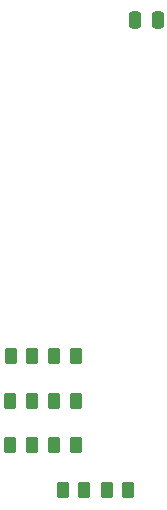
<source format=gbr>
%TF.GenerationSoftware,KiCad,Pcbnew,(6.0.11)*%
%TF.CreationDate,2023-02-11T15:14:05+01:00*%
%TF.ProjectId,gateway-nano-E01-ml01sp4,67617465-7761-4792-9d6e-616e6f2d4530,rev?*%
%TF.SameCoordinates,Original*%
%TF.FileFunction,Paste,Bot*%
%TF.FilePolarity,Positive*%
%FSLAX46Y46*%
G04 Gerber Fmt 4.6, Leading zero omitted, Abs format (unit mm)*
G04 Created by KiCad (PCBNEW (6.0.11)) date 2023-02-11 15:14:05*
%MOMM*%
%LPD*%
G01*
G04 APERTURE LIST*
G04 Aperture macros list*
%AMRoundRect*
0 Rectangle with rounded corners*
0 $1 Rounding radius*
0 $2 $3 $4 $5 $6 $7 $8 $9 X,Y pos of 4 corners*
0 Add a 4 corners polygon primitive as box body*
4,1,4,$2,$3,$4,$5,$6,$7,$8,$9,$2,$3,0*
0 Add four circle primitives for the rounded corners*
1,1,$1+$1,$2,$3*
1,1,$1+$1,$4,$5*
1,1,$1+$1,$6,$7*
1,1,$1+$1,$8,$9*
0 Add four rect primitives between the rounded corners*
20,1,$1+$1,$2,$3,$4,$5,0*
20,1,$1+$1,$4,$5,$6,$7,0*
20,1,$1+$1,$6,$7,$8,$9,0*
20,1,$1+$1,$8,$9,$2,$3,0*%
G04 Aperture macros list end*
%ADD10RoundRect,0.250000X-0.250000X-0.475000X0.250000X-0.475000X0.250000X0.475000X-0.250000X0.475000X0*%
%ADD11RoundRect,0.250000X-0.262500X-0.450000X0.262500X-0.450000X0.262500X0.450000X-0.262500X0.450000X0*%
%ADD12RoundRect,0.250000X0.262500X0.450000X-0.262500X0.450000X-0.262500X-0.450000X0.262500X-0.450000X0*%
G04 APERTURE END LIST*
D10*
%TO.C,C1*%
X128275000Y-82169000D03*
X130175000Y-82169000D03*
%TD*%
D11*
%TO.C,R4*%
X117745500Y-110617000D03*
X119570500Y-110617000D03*
%TD*%
%TO.C,R6*%
X121412000Y-118110000D03*
X123237000Y-118110000D03*
%TD*%
%TO.C,R7*%
X121412000Y-114427000D03*
X123237000Y-114427000D03*
%TD*%
%TO.C,R8*%
X121412000Y-110617000D03*
X123237000Y-110617000D03*
%TD*%
D12*
%TO.C,R1*%
X127682000Y-121920000D03*
X125857000Y-121920000D03*
%TD*%
%TO.C,R5*%
X123952000Y-121920000D03*
X122127000Y-121920000D03*
%TD*%
D11*
%TO.C,R2*%
X117682000Y-118110000D03*
X119507000Y-118110000D03*
%TD*%
%TO.C,R3*%
X117682000Y-114427000D03*
X119507000Y-114427000D03*
%TD*%
M02*

</source>
